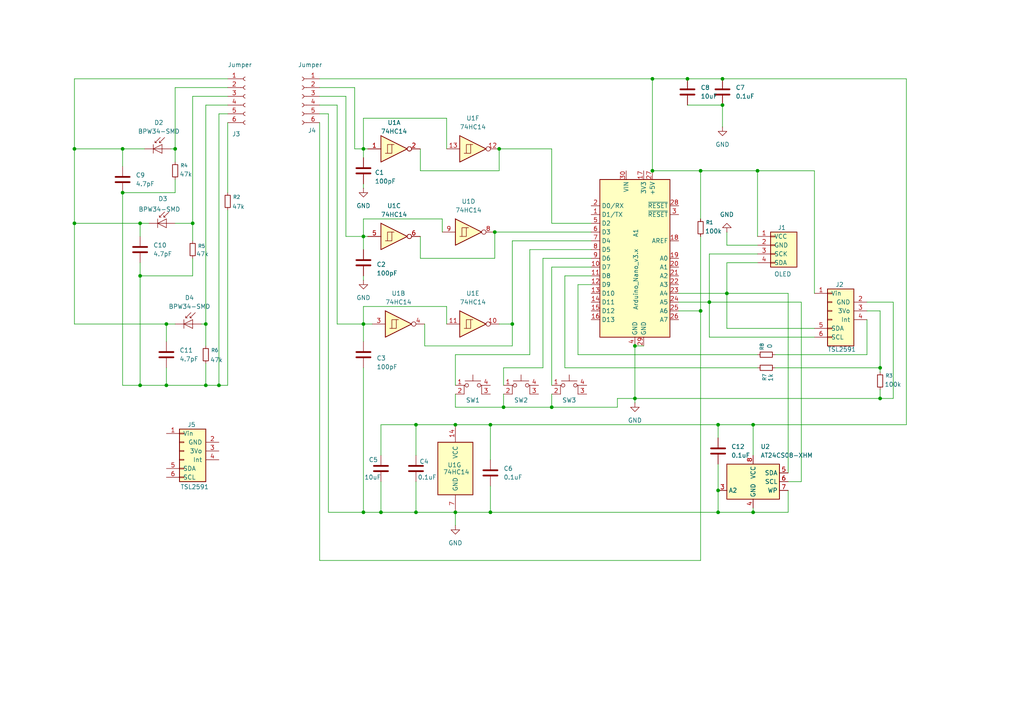
<source format=kicad_sch>
(kicad_sch (version 20250114) (generator "eeschema") (generator_version "9.0")
  (paper "A4")
  (lib_symbols
    (symbol "74xx:74HC14" (pin_names (offset 1.016))
      (property "Reference" "U" (at 0 1.27 0))
      (property "Value" "74HC14" (at 0 -1.27 0))
      (symbol "74HC14_1_0"
        (polyline (pts (xy -3.81 3.81) (xy -3.81 -3.81) (xy 3.81 0) (xy -3.81 3.81)) (stroke (width 0.254)) (fill (type background)))
        (pin input line (at -7.62 0 0) (length 3.81) (name "~") (number "1"))
        (pin output inverted (at 7.62 0 180) (length 3.81) (name "~") (number "2"))
      )
      (symbol "74HC14_1_1"
        (polyline (pts (xy -2.54 -1.27) (xy -0.635 -1.27) (xy -0.635 1.27) (xy 0 1.27)))
        (polyline (pts (xy -1.905 -1.27) (xy -1.905 1.27) (xy -0.635 1.27)))
      )
      (symbol "74HC14_2_0"
        (polyline (pts (xy -3.81 3.81) (xy -3.81 -3.81) (xy 3.81 0) (xy -3.81 3.81)) (stroke (width 0.254)) (fill (type background)))
        (pin input line (at -7.62 0 0) (length 3.81) (name "~") (number "3"))
        (pin output inverted (at 7.62 0 180) (length 3.81) (name "~") (number "4"))
      )
      (symbol "74HC14_2_1"
        (polyline (pts (xy -2.54 -1.27) (xy -0.635 -1.27) (xy -0.635 1.27) (xy 0 1.27)))
        (polyline (pts (xy -1.905 -1.27) (xy -1.905 1.27) (xy -0.635 1.27)))
      )
      (symbol "74HC14_3_0"
        (polyline (pts (xy -3.81 3.81) (xy -3.81 -3.81) (xy 3.81 0) (xy -3.81 3.81)) (stroke (width 0.254)) (fill (type background)))
        (pin input line (at -7.62 0 0) (length 3.81) (name "~") (number "5"))
        (pin output inverted (at 7.62 0 180) (length 3.81) (name "~") (number "6"))
      )
      (symbol "74HC14_3_1"
        (polyline (pts (xy -2.54 -1.27) (xy -0.635 -1.27) (xy -0.635 1.27) (xy 0 1.27)))
        (polyline (pts (xy -1.905 -1.27) (xy -1.905 1.27) (xy -0.635 1.27)))
      )
      (symbol "74HC14_4_0"
        (polyline (pts (xy -3.81 3.81) (xy -3.81 -3.81) (xy 3.81 0) (xy -3.81 3.81)) (stroke (width 0.254)) (fill (type background)))
        (pin input line (at -7.62 0 0) (length 3.81) (name "~") (number "9"))
        (pin output inverted (at 7.62 0 180) (length 3.81) (name "~") (number "8"))
      )
      (symbol "74HC14_4_1"
        (polyline (pts (xy -2.54 -1.27) (xy -0.635 -1.27) (xy -0.635 1.27) (xy 0 1.27)))
        (polyline (pts (xy -1.905 -1.27) (xy -1.905 1.27) (xy -0.635 1.27)))
      )
      (symbol "74HC14_5_0"
        (polyline (pts (xy -3.81 3.81) (xy -3.81 -3.81) (xy 3.81 0) (xy -3.81 3.81)) (stroke (width 0.254)) (fill (type background)))
        (pin input line (at -7.62 0 0) (length 3.81) (name "~") (number "11"))
        (pin output inverted (at 7.62 0 180) (length 3.81) (name "~") (number "10"))
      )
      (symbol "74HC14_5_1"
        (polyline (pts (xy -2.54 -1.27) (xy -0.635 -1.27) (xy -0.635 1.27) (xy 0 1.27)))
        (polyline (pts (xy -1.905 -1.27) (xy -1.905 1.27) (xy -0.635 1.27)))
      )
      (symbol "74HC14_6_0"
        (polyline (pts (xy -3.81 3.81) (xy -3.81 -3.81) (xy 3.81 0) (xy -3.81 3.81)) (stroke (width 0.254)) (fill (type background)))
        (pin input line (at -7.62 0 0) (length 3.81) (name "~") (number "13"))
        (pin output inverted (at 7.62 0 180) (length 3.81) (name "~") (number "12"))
      )
      (symbol "74HC14_6_1"
        (polyline (pts (xy -2.54 -1.27) (xy -0.635 -1.27) (xy -0.635 1.27) (xy 0 1.27)))
        (polyline (pts (xy -1.905 -1.27) (xy -1.905 1.27) (xy -0.635 1.27)))
      )
      (symbol "74HC14_7_0"
        (pin power_in line (at 0 12.7 270) (length 5.08) (name "VCC") (number "14"))
        (pin power_in line (at 0 -12.7 90) (length 5.08) (name "GND") (number "7"))
      )
      (symbol "74HC14_7_1"
        (rectangle (start -5.08 7.62) (end 5.08 -7.62) (stroke (width 0.254)) (fill (type background)))
      )
    )
    (symbol "Conn_01x05_Socket_1" (pin_names (offset 1.016) (hide yes))
      (property "Reference" "J3" (at -3.81 -10.922 0))
      (property "Value" "Jumper" (at -5.08 9.144 0))
      (symbol "Conn_01x05_Socket_1_1_1"
        (polyline (pts (xy -1.27 5.08) (xy -0.508 5.08)) (stroke (width 0.1524)))
        (polyline (pts (xy -1.27 2.54) (xy -0.508 2.54)) (stroke (width 0.1524)))
        (polyline (pts (xy -1.27 0) (xy -0.508 0)) (stroke (width 0.1524)))
        (polyline (pts (xy -1.27 -2.54) (xy -0.508 -2.54)) (stroke (width 0.1524)))
        (polyline (pts (xy -1.27 -5.08) (xy -0.508 -5.08)) (stroke (width 0.1524)))
        (polyline (pts (xy -1.27 -7.62) (xy -0.508 -7.62)) (stroke (width 0.1524)))
        (arc (start 0 4.572) (mid -0.5058 5.08) (end 0 5.588) (stroke (width 0.1524)))
        (arc (start 0 2.032) (mid -0.5058 2.54) (end 0 3.048) (stroke (width 0.1524)))
        (arc (start 0 -0.508) (mid -0.5058 0) (end 0 0.508) (stroke (width 0.1524)))
        (arc (start 0 -3.048) (mid -0.5058 -2.54) (end 0 -2.032) (stroke (width 0.1524)))
        (arc (start 0 -5.588) (mid -0.5058 -5.08) (end 0 -4.572) (stroke (width 0.1524)))
        (arc (start 0 -8.128) (mid -0.5058 -7.62) (end 0 -7.112) (stroke (width 0.1524)))
        (pin passive line (at -5.08 5.08 0) (length 3.81) (name "Pin_1") (number "1"))
        (pin passive line (at -5.08 2.54 0) (length 3.81) (name "Pin_2") (number "2"))
        (pin passive line (at -5.08 0 0) (length 3.81) (name "Pin_3") (number "3"))
        (pin passive line (at -5.08 -2.54 0) (length 3.81) (name "Pin_4") (number "4"))
        (pin passive line (at -5.08 -5.08 0) (length 3.81) (name "Pin_5") (number "5"))
        (pin passive line (at -5.08 -7.62 0) (length 3.81) (name "Pin_6") (number "6"))
      )
    )
    (symbol "Conn_01x06_1" (pin_names (offset 1.016))
      (property "Reference" "J2" (at 1.016 7.62 0))
      (property "Value" "TSL2591" (at -1.27 -11.176 0))
      (symbol "Conn_01x06_1_1_1"
        (rectangle (start -1.27 6.35) (end 6.35 -10.16) (stroke (width 0.254)) (fill (type background)))
        (rectangle (start -1.27 5.207) (end 0 4.953) (stroke (width 0.1524)))
        (rectangle (start -1.27 2.667) (end 0 2.413) (stroke (width 0.1524)))
        (rectangle (start -1.27 0.127) (end 0 -0.127) (stroke (width 0.1524)))
        (rectangle (start -1.27 -2.413) (end 0 -2.667) (stroke (width 0.1524)))
        (rectangle (start -1.27 -4.953) (end 0 -5.207) (stroke (width 0.1524)))
        (rectangle (start -1.27 -7.493) (end 0 -7.747) (stroke (width 0.1524)))
        (pin input line (at -5.08 5.08 0) (length 3.81) (name "Vin") (number "1"))
        (pin bidirectional line (at -5.08 -5.08 0) (length 3.81) (name "SDA") (number "5"))
        (pin bidirectional line (at -5.08 -7.62 0) (length 3.81) (name "SCL") (number "6"))
        (pin output line (at 10.16 2.54 180) (length 3.81) (name "GND") (number "2"))
        (pin output line (at 10.16 0 180) (length 3.81) (name "3Vo") (number "3"))
        (pin output line (at 10.16 -2.54 180) (length 3.81) (name "Int") (number "4"))
      )
    )
    (symbol "Connector:Conn_01x05_Socket" (pin_names (offset 1.016) (hide yes))
      (property "Reference" "J4" (at -4.064 -9.906 0))
      (property "Value" "Jumper" (at -4.318 8.382 0))
      (symbol "Conn_01x05_Socket_1_1"
        (polyline (pts (xy -1.27 5.08) (xy -0.508 5.08)) (stroke (width 0.1524)))
        (polyline (pts (xy -1.27 2.54) (xy -0.508 2.54)) (stroke (width 0.1524)))
        (polyline (pts (xy -1.27 0) (xy -0.508 0)) (stroke (width 0.1524)))
        (polyline (pts (xy -1.27 -2.54) (xy -0.508 -2.54)) (stroke (width 0.1524)))
        (polyline (pts (xy -1.27 -5.08) (xy -0.508 -5.08)) (stroke (width 0.1524)))
        (polyline (pts (xy -1.27 -7.62) (xy -0.508 -7.62)) (stroke (width 0.1524)))
        (arc (start 0 4.572) (mid -0.5058 5.08) (end 0 5.588) (stroke (width 0.1524)))
        (arc (start 0 2.032) (mid -0.5058 2.54) (end 0 3.048) (stroke (width 0.1524)))
        (arc (start 0 -0.508) (mid -0.5058 0) (end 0 0.508) (stroke (width 0.1524)))
        (arc (start 0 -3.048) (mid -0.5058 -2.54) (end 0 -2.032) (stroke (width 0.1524)))
        (arc (start 0 -5.588) (mid -0.5058 -5.08) (end 0 -4.572) (stroke (width 0.1524)))
        (arc (start 0 -8.128) (mid -0.5058 -7.62) (end 0 -7.112) (stroke (width 0.1524)))
        (pin passive line (at -5.08 5.08 0) (length 3.81) (name "Pin_1") (number "1"))
        (pin passive line (at -5.08 2.54 0) (length 3.81) (name "Pin_2") (number "2"))
        (pin passive line (at -5.08 0 0) (length 3.81) (name "Pin_3") (number "3"))
        (pin passive line (at -5.08 -2.54 0) (length 3.81) (name "Pin_4") (number "4"))
        (pin passive line (at -5.08 -5.08 0) (length 3.81) (name "Pin_5") (number "5"))
        (pin passive line (at -5.08 -7.62 0) (length 3.81) (name "Pin_6") (number "6"))
      )
    )
    (symbol "Connector_Generic:Conn_01x04" (pin_names (offset 1.016))
      (property "Reference" "J1" (at 0.762 5.08 0))
      (property "Value" "OLED" (at -0.254 -8.382 0))
      (symbol "Conn_01x04_1_1"
        (rectangle (start -1.27 3.81) (end 6.35 -6.35) (stroke (width 0.254)) (fill (type background)))
        (rectangle (start -1.27 2.667) (end 0 2.413) (stroke (width 0.1524)))
        (rectangle (start -1.27 0.127) (end 0 -0.127) (stroke (width 0.1524)))
        (rectangle (start -1.27 -2.413) (end 0 -2.667) (stroke (width 0.1524)))
        (rectangle (start -1.27 -4.953) (end 0 -5.207) (stroke (width 0.1524)))
        (pin input line (at -5.08 2.54 0) (length 3.81) (name "VCC") (number "1"))
        (pin input line (at -5.08 0 0) (length 3.81) (name "GND") (number "2"))
        (pin bidirectional line (at -5.08 -2.54 0) (length 3.81) (name "SCK") (number "3"))
        (pin bidirectional line (at -5.08 -5.08 0) (length 3.81) (name "SDA") (number "4"))
      )
    )
    (symbol "Connector_Generic:Conn_01x06" (pin_names (offset 1.016))
      (property "Reference" "J2" (at 1.016 7.62 0))
      (property "Value" "Conn_01x06" (at -2.794 -10.668 0))
      (symbol "Conn_01x06_1_1"
        (rectangle (start -1.27 6.35) (end 6.35 -8.89) (stroke (width 0.254)) (fill (type background)))
        (rectangle (start -1.27 5.207) (end 0 4.953) (stroke (width 0.1524)))
        (rectangle (start -1.27 2.667) (end 0 2.413) (stroke (width 0.1524)))
        (rectangle (start -1.27 0.127) (end 0 -0.127) (stroke (width 0.1524)))
        (rectangle (start -1.27 -2.413) (end 0 -2.667) (stroke (width 0.1524)))
        (rectangle (start -1.27 -4.953) (end 0 -5.207) (stroke (width 0.1524)))
        (rectangle (start -1.27 -7.493) (end 0 -7.747) (stroke (width 0.1524)))
        (pin output line (at -5.08 5.08 0) (length 3.81) (name "Vin") (number "1"))
        (pin output line (at -5.08 -5.08 0) (length 3.81) (name "SDA") (number "5"))
        (pin output line (at -5.08 -7.62 0) (length 3.81) (name "SCL") (number "6"))
        (pin output line (at 10.16 2.54 180) (length 3.81) (name "GND") (number "2"))
        (pin output line (at 10.16 0 180) (length 3.81) (name "3Vo") (number "3"))
        (pin output line (at 10.16 -2.54 180) (length 3.81) (name "Int") (number "4"))
      )
    )
    (symbol "Device:C" (pin_numbers (hide yes)) (pin_names (offset 0.254))
      (property "Reference" "C" (at 0.635 2.54 0))
      (property "Value" "C" (at 0.635 -2.54 0))
      (symbol "C_0_1"
        (polyline (pts (xy -2.032 0.762) (xy 2.032 0.762)) (stroke (width 0.508)))
        (polyline (pts (xy -2.032 -0.762) (xy 2.032 -0.762)) (stroke (width 0.508)))
      )
      (symbol "C_1_1"
        (pin passive line (at 0 3.81 270) (length 2.794) (name "~") (number "1"))
        (pin passive line (at 0 -3.81 90) (length 2.794) (name "~") (number "2"))
      )
    )
    (symbol "Device:R_Small" (pin_numbers (hide yes)) (pin_names (offset 0.254) (hide yes))
      (property "Reference" "R" (at 0 0 90))
      (property "Value" "R_Small" (at 1.778 0 90))
      (symbol "R_Small_0_1"
        (rectangle (start -0.762 1.778) (end 0.762 -1.778) (stroke (width 0.2032)))
      )
      (symbol "R_Small_1_1"
        (pin passive line (at 0 2.54 270) (length 0.762) (name "~") (number "1"))
        (pin passive line (at 0 -2.54 90) (length 0.762) (name "~") (number "2"))
      )
    )
    (symbol "MCU_Module:Arduino_Nano_v3.x"
      (property "Reference" "A" (at -10.16 23.495 0))
      (property "Value" "Arduino_Nano_v3.x" (at 5.08 -24.13 0))
      (symbol "Arduino_Nano_v3.x_0_1"
        (rectangle (start -10.16 22.86) (end 10.16 -22.86) (stroke (width 0.254)) (fill (type background)))
      )
      (symbol "Arduino_Nano_v3.x_1_1"
        (pin bidirectional line (at -12.7 15.24 0) (length 2.54) (name "D0/RX") (number "2"))
        (pin bidirectional line (at -12.7 12.7 0) (length 2.54) (name "D1/TX") (number "1"))
        (pin bidirectional line (at -12.7 10.16 0) (length 2.54) (name "D2") (number "5"))
        (pin bidirectional line (at -12.7 7.62 0) (length 2.54) (name "D3") (number "6"))
        (pin bidirectional line (at -12.7 5.08 0) (length 2.54) (name "D4") (number "7"))
        (pin bidirectional line (at -12.7 2.54 0) (length 2.54) (name "D5") (number "8"))
        (pin bidirectional line (at -12.7 0 0) (length 2.54) (name "D6") (number "9"))
        (pin bidirectional line (at -12.7 -2.54 0) (length 2.54) (name "D7") (number "10"))
        (pin bidirectional line (at -12.7 -5.08 0) (length 2.54) (name "D8") (number "11"))
        (pin bidirectional line (at -12.7 -7.62 0) (length 2.54) (name "D9") (number "12"))
        (pin bidirectional line (at -12.7 -10.16 0) (length 2.54) (name "D10") (number "13"))
        (pin bidirectional line (at -12.7 -12.7 0) (length 2.54) (name "D11") (number "14"))
        (pin bidirectional line (at -12.7 -15.24 0) (length 2.54) (name "D12") (number "15"))
        (pin bidirectional line (at -12.7 -17.78 0) (length 2.54) (name "D13") (number "16"))
        (pin power_in line (at -2.54 25.4 270) (length 2.54) (name "VIN") (number "30"))
        (pin power_in line (at 0 -25.4 90) (length 2.54) (name "GND") (number "4"))
        (pin power_out line (at 2.54 25.4 270) (length 2.54) (name "3V3") (number "17"))
        (pin power_in line (at 2.54 -25.4 90) (length 2.54) (name "GND") (number "29"))
        (pin power_out line (at 5.08 25.4 270) (length 2.54) (name "+5V") (number "27"))
        (pin input line (at 12.7 15.24 180) (length 2.54) (name "~{RESET}") (number "28"))
        (pin input line (at 12.7 12.7 180) (length 2.54) (name "~{RESET}") (number "3"))
        (pin input line (at 12.7 5.08 180) (length 2.54) (name "AREF") (number "18"))
        (pin bidirectional line (at 12.7 0 180) (length 2.54) (name "A0") (number "19"))
        (pin bidirectional line (at 12.7 -2.54 180) (length 2.54) (name "A1") (number "20"))
        (pin bidirectional line (at 12.7 -5.08 180) (length 2.54) (name "A2") (number "21"))
        (pin bidirectional line (at 12.7 -7.62 180) (length 2.54) (name "A3") (number "22"))
        (pin bidirectional line (at 12.7 -10.16 180) (length 2.54) (name "A4") (number "23"))
        (pin bidirectional line (at 12.7 -12.7 180) (length 2.54) (name "A5") (number "24"))
        (pin bidirectional line (at 12.7 -15.24 180) (length 2.54) (name "A6") (number "25"))
        (pin bidirectional line (at 12.7 -17.78 180) (length 2.54) (name "A7") (number "26"))
      )
    )
    (symbol "Memory_EEPROM:AT24CS08-XHM"
      (property "Reference" "U" (at -7.62 6.35 0))
      (property "Value" "AT24CS08-XHM" (at 2.54 -6.35 0))
      (symbol "AT24CS08-XHM_1_1"
        (rectangle (start -7.62 5.08) (end 7.62 -5.08) (stroke (width 0.254)) (fill (type background)))
        (pin input line (at -10.16 -2.54 0) (length 2.54) (name "A2") (number "3"))
        (pin no_connect line (at -7.62 2.54 0) (length 2.54) (hide yes) (name "NC") (number "1"))
        (pin no_connect line (at -7.62 0 0) (length 2.54) (hide yes) (name "NC") (number "2"))
        (pin power_in line (at 0 7.62 270) (length 2.54) (name "VCC") (number "8"))
        (pin power_in line (at 0 -7.62 90) (length 2.54) (name "GND") (number "4"))
        (pin bidirectional line (at 10.16 2.54 180) (length 2.54) (name "SDA") (number "5"))
        (pin input line (at 10.16 0 180) (length 2.54) (name "SCL") (number "6"))
        (pin input line (at 10.16 -2.54 180) (length 2.54) (name "WP") (number "7"))
      )
    )
    (symbol "Sensor_Optical:BPW34-SMD" (pin_numbers (hide yes)) (pin_names (offset 1.016) (hide yes))
      (property "Reference" "D" (at 0.508 1.778 0))
      (property "Value" "BPW34-SMD" (at -1.016 -2.794 0))
      (symbol "BPW34-SMD_0_1"
        (polyline (pts (xy -2.54 1.27) (xy -2.54 -1.27)) (stroke (width 0.1524)))
        (polyline (pts (xy -2.032 1.778) (xy -1.524 1.778)))
        (polyline (pts (xy -0.508 3.302) (xy -2.032 1.778) (xy -2.032 2.286)))
        (polyline (pts (xy 0 1.27) (xy -2.54 0) (xy 0 -1.27)))
        (polyline (pts (xy 0 0) (xy -2.54 0)))
        (polyline (pts (xy 0 -1.27) (xy 0 1.27)))
        (polyline (pts (xy 0.762 3.302) (xy -0.762 1.778) (xy -0.762 2.286) (xy -0.762 1.778) (xy -0.254 1.778)))
      )
      (symbol "BPW34-SMD_1_1"
        (pin passive line (at -5.08 0 0) (length 2.54) (name "K") (number "1"))
        (pin passive line (at 2.54 0 180) (length 2.54) (name "A") (number "2"))
      )
    )
    (symbol "Switch:SW_MEC_5E" (pin_names (offset 1.016) (hide yes))
      (property "Reference" "SW" (at 0.635 5.715 0))
      (property "Value" "SW_MEC_5E" (at 0 -3.175 0))
      (symbol "SW_MEC_5E_0_1"
        (polyline (pts (xy -2.54 0) (xy -2.54 2.54) (xy -2.286 2.54)))
        (polyline (pts (xy -2.286 3.81) (xy 2.286 3.81)))
        (circle (center -1.778 2.54) (radius 0.508))
        (polyline (pts (xy 0 3.81) (xy 0 5.588)))
        (circle (center 1.778 2.54) (radius 0.508))
        (polyline (pts (xy 2.54 0) (xy 2.54 2.54) (xy 2.286 2.54)))
        (pin passive line (at -5.08 2.54 0) (length 2.54) (name "1") (number "1"))
        (pin passive line (at -5.08 0 0) (length 2.54) (name "2") (number "2"))
        (pin passive line (at 5.08 2.54 180) (length 2.54) (name "A") (number "4"))
        (pin passive line (at 5.08 0 180) (length 2.54) (name "K") (number "3"))
      )
    )
    (symbol "power:GND" (power) (pin_numbers (hide yes)) (pin_names (offset 0) (hide yes))
      (property "Value" "GND" (at 0 -3.81 0))
      (symbol "GND_0_1"
        (polyline (pts (xy 0 0) (xy 0 -1.27) (xy 1.27 -1.27) (xy 0 -2.54) (xy -1.27 -1.27) (xy 0 -1.27)))
      )
      (symbol "GND_1_1"
        (pin power_in line (at 0 0 270) (length 0) (name "~") (number "1"))
      )
    )
  )
  (junction (at 132.08 148.59))
  (junction (at 203.2 49.53))
  (junction (at 21.59 43.18))
  (junction (at 120.65 123.19))
  (junction (at 218.44 148.59))
  (junction (at 189.23 49.53))
  (junction (at 40.64 111.76))
  (junction (at 160.02 118.11))
  (junction (at 48.26 111.76))
  (junction (at 105.41 68.58))
  (junction (at 203.2 90.17))
  (junction (at 40.64 80.01))
  (junction (at 142.24 123.19))
  (junction (at 105.41 43.18))
  (junction (at 50.8 43.18))
  (junction (at 40.64 64.77))
  (junction (at 110.49 148.59))
  (junction (at 255.27 106.68))
  (junction (at 143.51 67.31))
  (junction (at 146.05 118.11))
  (junction (at 132.08 123.19))
  (junction (at 209.55 30.48))
  (junction (at 120.65 148.59))
  (junction (at 255.27 115.57))
  (junction (at 219.71 49.53))
  (junction (at 105.41 93.98))
  (junction (at 55.88 64.77))
  (junction (at 59.69 111.76))
  (junction (at 144.78 43.18))
  (junction (at 208.28 148.59))
  (junction (at 210.82 85.09))
  (junction (at 199.39 22.86))
  (junction (at 21.59 64.77))
  (junction (at 184.15 100.33))
  (junction (at 35.56 43.18))
  (junction (at 208.28 123.19))
  (junction (at 105.41 148.59))
  (junction (at 218.44 123.19))
  (junction (at 142.24 148.59))
  (junction (at 148.59 93.98))
  (junction (at 63.5 111.76))
  (junction (at 208.28 142.24))
  (junction (at 48.26 93.98))
  (junction (at 189.23 22.86))
  (junction (at 205.74 87.63))
  (junction (at 209.55 22.86))
  (junction (at 184.15 115.57))
  (junction (at 59.69 93.98))
  (junction (at 35.56 55.88))
  (wire (pts (xy 55.88 74.93) (xy 55.88 80.01)))
  (wire (pts (xy 128.27 67.31) (xy 128.27 63.5)))
  (wire (pts (xy 58.42 93.98) (xy 59.69 93.98)))
  (wire (pts (xy 105.41 88.9) (xy 105.41 93.98)))
  (wire (pts (xy 100.33 27.94) (xy 100.33 68.58)))
  (wire (pts (xy 203.2 49.53) (xy 203.2 63.5)))
  (wire (pts (xy 255.27 115.57) (xy 259.08 115.57)))
  (wire (pts (xy 262.89 22.86) (xy 209.55 22.86)))
  (wire (pts (xy 205.74 87.63) (xy 205.74 97.79)))
  (wire (pts (xy 219.71 71.12) (xy 210.82 71.12)))
  (wire (pts (xy 160.02 114.3) (xy 160.02 118.11)))
  (wire (pts (xy 232.41 139.7) (xy 232.41 87.63)))
  (wire (pts (xy 100.33 68.58) (xy 105.41 68.58)))
  (wire (pts (xy 251.46 102.87) (xy 224.79 102.87)))
  (wire (pts (xy 228.6 142.24) (xy 228.6 148.59)))
  (wire (pts (xy 110.49 132.08) (xy 110.49 123.19)))
  (wire (pts (xy 92.71 27.94) (xy 100.33 27.94)))
  (wire (pts (xy 105.41 93.98) (xy 105.41 99.06)))
  (wire (pts (xy 199.39 30.48) (xy 209.55 30.48)))
  (wire (pts (xy 146.05 118.11) (xy 160.02 118.11)))
  (wire (pts (xy 40.64 111.76) (xy 48.26 111.76)))
  (wire (pts (xy 219.71 102.87) (xy 167.64 102.87)))
  (wire (pts (xy 105.41 34.29) (xy 129.54 34.29)))
  (wire (pts (xy 142.24 148.59) (xy 132.08 148.59)))
  (wire (pts (xy 63.5 111.76) (xy 66.04 111.76)))
  (wire (pts (xy 50.8 55.88) (xy 50.8 52.07)))
  (wire (pts (xy 50.8 25.4) (xy 66.04 25.4)))
  (wire (pts (xy 142.24 148.59) (xy 142.24 140.97)))
  (wire (pts (xy 105.41 93.98) (xy 107.95 93.98)))
  (wire (pts (xy 35.56 48.26) (xy 35.56 43.18)))
  (wire (pts (xy 40.64 80.01) (xy 40.64 111.76)))
  (wire (pts (xy 105.41 54.61) (xy 105.41 53.34)))
  (wire (pts (xy 129.54 34.29) (xy 129.54 43.18)))
  (wire (pts (xy 92.71 22.86) (xy 189.23 22.86)))
  (wire (pts (xy 142.24 133.35) (xy 142.24 123.19)))
  (wire (pts (xy 236.22 95.25) (xy 210.82 95.25)))
  (wire (pts (xy 21.59 22.86) (xy 66.04 22.86)))
  (wire (pts (xy 121.92 68.58) (xy 121.92 74.93)))
  (wire (pts (xy 105.41 148.59) (xy 110.49 148.59)))
  (wire (pts (xy 21.59 43.18) (xy 21.59 64.77)))
  (wire (pts (xy 50.8 64.77) (xy 55.88 64.77)))
  (wire (pts (xy 232.41 87.63) (xy 205.74 87.63)))
  (wire (pts (xy 228.6 139.7) (xy 232.41 139.7)))
  (wire (pts (xy 186.69 100.33) (xy 184.15 100.33)))
  (wire (pts (xy 35.56 43.18) (xy 41.91 43.18)))
  (wire (pts (xy 59.69 111.76) (xy 63.5 111.76)))
  (wire (pts (xy 97.79 93.98) (xy 105.41 93.98)))
  (wire (pts (xy 121.92 74.93) (xy 143.51 74.93)))
  (wire (pts (xy 40.64 64.77) (xy 40.64 68.58)))
  (wire (pts (xy 110.49 139.7) (xy 110.49 148.59)))
  (wire (pts (xy 163.83 80.01) (xy 163.83 106.68)))
  (wire (pts (xy 123.19 93.98) (xy 123.19 100.33)))
  (wire (pts (xy 105.41 34.29) (xy 105.41 43.18)))
  (wire (pts (xy 144.78 43.18) (xy 144.78 49.53)))
  (wire (pts (xy 228.6 148.59) (xy 218.44 148.59)))
  (wire (pts (xy 208.28 142.24) (xy 208.28 148.59)))
  (wire (pts (xy 255.27 90.17) (xy 255.27 106.68)))
  (wire (pts (xy 148.59 69.85) (xy 148.59 93.98)))
  (wire (pts (xy 105.41 106.68) (xy 105.41 148.59)))
  (wire (pts (xy 92.71 25.4) (xy 102.87 25.4)))
  (wire (pts (xy 157.48 74.93) (xy 157.48 106.68)))
  (wire (pts (xy 236.22 49.53) (xy 219.71 49.53)))
  (wire (pts (xy 106.68 68.58) (xy 105.41 68.58)))
  (wire (pts (xy 35.56 111.76) (xy 40.64 111.76)))
  (wire (pts (xy 143.51 67.31) (xy 171.45 67.31)))
  (wire (pts (xy 208.28 134.62) (xy 208.28 142.24)))
  (wire (pts (xy 92.71 30.48) (xy 97.79 30.48)))
  (wire (pts (xy 66.04 35.56) (xy 66.04 55.88)))
  (wire (pts (xy 142.24 123.19) (xy 208.28 123.19)))
  (wire (pts (xy 251.46 90.17) (xy 255.27 90.17)))
  (wire (pts (xy 92.71 33.02) (xy 95.25 33.02)))
  (wire (pts (xy 55.88 27.94) (xy 55.88 64.77)))
  (wire (pts (xy 189.23 22.86) (xy 189.23 49.53)))
  (wire (pts (xy 21.59 64.77) (xy 21.59 93.98)))
  (wire (pts (xy 105.41 68.58) (xy 105.41 72.39)))
  (wire (pts (xy 184.15 116.84) (xy 184.15 115.57)))
  (wire (pts (xy 236.22 49.53) (xy 236.22 85.09)))
  (wire (pts (xy 160.02 64.77) (xy 171.45 64.77)))
  (wire (pts (xy 66.04 111.76) (xy 66.04 60.96)))
  (wire (pts (xy 21.59 22.86) (xy 21.59 43.18)))
  (wire (pts (xy 259.08 87.63) (xy 259.08 115.57)))
  (wire (pts (xy 132.08 148.59) (xy 132.08 152.4)))
  (wire (pts (xy 255.27 113.03) (xy 255.27 115.57)))
  (wire (pts (xy 208.28 123.19) (xy 208.28 127)))
  (wire (pts (xy 218.44 123.19) (xy 218.44 132.08)))
  (wire (pts (xy 92.71 162.56) (xy 203.2 162.56)))
  (wire (pts (xy 102.87 43.18) (xy 105.41 43.18)))
  (wire (pts (xy 205.74 73.66) (xy 205.74 87.63)))
  (wire (pts (xy 203.2 49.53) (xy 219.71 49.53)))
  (wire (pts (xy 210.82 85.09) (xy 210.82 95.25)))
  (wire (pts (xy 255.27 106.68) (xy 255.27 107.95)))
  (wire (pts (xy 129.54 88.9) (xy 105.41 88.9)))
  (wire (pts (xy 40.64 76.2) (xy 40.64 80.01)))
  (wire (pts (xy 210.82 76.2) (xy 219.71 76.2)))
  (wire (pts (xy 105.41 43.18) (xy 105.41 45.72)))
  (wire (pts (xy 97.79 30.48) (xy 97.79 93.98)))
  (wire (pts (xy 153.67 72.39) (xy 153.67 102.87)))
  (wire (pts (xy 120.65 139.7) (xy 120.65 148.59)))
  (wire (pts (xy 95.25 33.02) (xy 95.25 148.59)))
  (wire (pts (xy 55.88 80.01) (xy 40.64 80.01)))
  (wire (pts (xy 59.69 30.48) (xy 59.69 93.98)))
  (wire (pts (xy 219.71 73.66) (xy 205.74 73.66)))
  (wire (pts (xy 63.5 33.02) (xy 63.5 111.76)))
  (wire (pts (xy 196.85 85.09) (xy 210.82 85.09)))
  (wire (pts (xy 228.6 85.09) (xy 210.82 85.09)))
  (wire (pts (xy 228.6 137.16) (xy 228.6 85.09)))
  (wire (pts (xy 208.28 123.19) (xy 218.44 123.19)))
  (wire (pts (xy 146.05 114.3) (xy 146.05 118.11)))
  (wire (pts (xy 146.05 106.68) (xy 146.05 111.76)))
  (wire (pts (xy 50.8 43.18) (xy 50.8 46.99)))
  (wire (pts (xy 171.45 72.39) (xy 153.67 72.39)))
  (wire (pts (xy 132.08 102.87) (xy 132.08 111.76)))
  (wire (pts (xy 59.69 30.48) (xy 66.04 30.48)))
  (wire (pts (xy 160.02 118.11) (xy 179.07 118.11)))
  (wire (pts (xy 203.2 68.58) (xy 203.2 90.17)))
  (wire (pts (xy 171.45 74.93) (xy 157.48 74.93)))
  (wire (pts (xy 157.48 106.68) (xy 146.05 106.68)))
  (wire (pts (xy 251.46 92.71) (xy 251.46 102.87)))
  (wire (pts (xy 218.44 148.59) (xy 208.28 148.59)))
  (wire (pts (xy 219.71 49.53) (xy 219.71 68.58)))
  (wire (pts (xy 129.54 88.9) (xy 129.54 93.98)))
  (wire (pts (xy 120.65 132.08) (xy 120.65 123.19)))
  (wire (pts (xy 189.23 49.53) (xy 203.2 49.53)))
  (wire (pts (xy 142.24 123.19) (xy 132.08 123.19)))
  (wire (pts (xy 160.02 77.47) (xy 160.02 111.76)))
  (wire (pts (xy 143.51 67.31) (xy 143.51 74.93)))
  (wire (pts (xy 209.55 22.86) (xy 199.39 22.86)))
  (wire (pts (xy 132.08 118.11) (xy 146.05 118.11)))
  (wire (pts (xy 102.87 25.4) (xy 102.87 43.18)))
  (wire (pts (xy 251.46 87.63) (xy 259.08 87.63)))
  (wire (pts (xy 167.64 82.55) (xy 171.45 82.55)))
  (wire (pts (xy 21.59 64.77) (xy 40.64 64.77)))
  (wire (pts (xy 95.25 148.59) (xy 105.41 148.59)))
  (wire (pts (xy 120.65 123.19) (xy 132.08 123.19)))
  (wire (pts (xy 48.26 111.76) (xy 59.69 111.76)))
  (wire (pts (xy 184.15 100.33) (xy 184.15 115.57)))
  (wire (pts (xy 110.49 148.59) (xy 120.65 148.59)))
  (wire (pts (xy 210.82 76.2) (xy 210.82 85.09)))
  (wire (pts (xy 106.68 43.18) (xy 105.41 43.18)))
  (wire (pts (xy 144.78 93.98) (xy 148.59 93.98)))
  (wire (pts (xy 21.59 93.98) (xy 48.26 93.98)))
  (wire (pts (xy 203.2 90.17) (xy 203.2 162.56)))
  (wire (pts (xy 171.45 77.47) (xy 160.02 77.47)))
  (wire (pts (xy 105.41 81.28) (xy 105.41 80.01)))
  (wire (pts (xy 121.92 43.18) (xy 121.92 49.53)))
  (wire (pts (xy 209.55 30.48) (xy 209.55 36.83)))
  (wire (pts (xy 160.02 43.18) (xy 144.78 43.18)))
  (wire (pts (xy 55.88 64.77) (xy 55.88 69.85)))
  (wire (pts (xy 148.59 69.85) (xy 171.45 69.85)))
  (wire (pts (xy 92.71 35.56) (xy 92.71 162.56)))
  (wire (pts (xy 167.64 82.55) (xy 167.64 102.87)))
  (wire (pts (xy 48.26 111.76) (xy 48.26 106.68)))
  (wire (pts (xy 48.26 99.06) (xy 48.26 93.98)))
  (wire (pts (xy 160.02 43.18) (xy 160.02 64.77)))
  (wire (pts (xy 236.22 97.79) (xy 205.74 97.79)))
  (wire (pts (xy 63.5 33.02) (xy 66.04 33.02)))
  (wire (pts (xy 50.8 43.18) (xy 49.53 43.18)))
  (wire (pts (xy 59.69 105.41) (xy 59.69 111.76)))
  (wire (pts (xy 132.08 118.11) (xy 132.08 114.3)))
  (wire (pts (xy 21.59 43.18) (xy 35.56 43.18)))
  (wire (pts (xy 50.8 25.4) (xy 50.8 43.18)))
  (wire (pts (xy 218.44 123.19) (xy 262.89 123.19)))
  (wire (pts (xy 179.07 118.11) (xy 179.07 115.57)))
  (wire (pts (xy 105.41 63.5) (xy 105.41 68.58)))
  (wire (pts (xy 218.44 147.32) (xy 218.44 148.59)))
  (wire (pts (xy 196.85 87.63) (xy 205.74 87.63)))
  (wire (pts (xy 262.89 123.19) (xy 262.89 22.86)))
  (wire (pts (xy 132.08 102.87) (xy 153.67 102.87)))
  (wire (pts (xy 184.15 115.57) (xy 255.27 115.57)))
  (wire (pts (xy 224.79 106.68) (xy 255.27 106.68)))
  (wire (pts (xy 121.92 49.53) (xy 144.78 49.53)))
  (wire (pts (xy 179.07 115.57) (xy 184.15 115.57)))
  (wire (pts (xy 163.83 106.68) (xy 219.71 106.68)))
  (wire (pts (xy 48.26 93.98) (xy 50.8 93.98)))
  (wire (pts (xy 120.65 148.59) (xy 132.08 148.59)))
  (wire (pts (xy 35.56 55.88) (xy 35.56 111.76)))
  (wire (pts (xy 50.8 55.88) (xy 35.56 55.88)))
  (wire (pts (xy 210.82 71.12) (xy 210.82 67.31)))
  (wire (pts (xy 208.28 148.59) (xy 142.24 148.59)))
  (wire (pts (xy 128.27 63.5) (xy 105.41 63.5)))
  (wire (pts (xy 110.49 123.19) (xy 120.65 123.19)))
  (wire (pts (xy 40.64 64.77) (xy 43.18 64.77)))
  (wire (pts (xy 196.85 90.17) (xy 203.2 90.17)))
  (wire (pts (xy 59.69 93.98) (xy 59.69 100.33)))
  (wire (pts (xy 199.39 22.86) (xy 189.23 22.86)))
  (wire (pts (xy 148.59 93.98) (xy 148.59 100.33)))
  (wire (pts (xy 55.88 27.94) (xy 66.04 27.94)))
  (wire (pts (xy 123.19 100.33) (xy 148.59 100.33)))
  (wire (pts (xy 163.83 80.01) (xy 171.45 80.01)))
  (symbol (lib_id "Device:R_Small") (at 55.88 72.39 0) (unit 1)
    (property "Reference" "R5" (at 57.404 71.374 0) (effects (font (size 1.016 1.016)) (justify left)))
    (property "Value" "47k" (at 56.896 73.66 0) (effects (justify left)))
    (property "Footprint" "Resistor_SMD:R_0603_1608Metric" (effects (hide yes)))
    (property "Description" "Resistor, small symbol" (effects (hide yes)))
  )
  (symbol (lib_id "Connector_Generic:Conn_01x04") (at 224.79 71.12 0) (unit 1)
    (property "Reference" "J1" (at 225.552 66.04 0) (effects (justify left)))
    (property "Value" "OLED" (at 224.536 79.502 0) (effects (justify left)))
    (property "Footprint" "Resistor_THT:R_Array_SIP4" (effects (hide yes)))
    (property "Description" "Generic connector, single row, 01x04, script generated (kicad-library-utils/schlib/autogen/connector/)" (effects (hide yes)))
  )
  (symbol (lib_id "74xx:74HC14") (at 135.89 67.31 0) (unit 4)
    (property "Reference" "U1" (at 135.89 58.42 0))
    (property "Value" "74HC14" (at 135.89 60.96 0))
    (property "Footprint" "Package_SO:SSOP-14_5.3x6.2mm_P0.65mm" (effects (hide yes)))
    (property "Datasheet" "http://www.ti.com/lit/gpn/sn74HC14" (effects (hide yes)))
    (property "Description" "Hex inverter schmitt trigger" (effects (hide yes)))
  )
  (symbol (lib_id "power:GND") (at 132.08 152.4 0) (unit 1)
    (property "Reference" "#PWR08" (effects (hide yes)))
    (property "Value" "GND" (at 132.08 157.48 0))
    (property "Description" "Power symbol creates a global label with name \"GND\" , ground" (effects (hide yes)))
  )
  (symbol (lib_id "74xx:74HC14") (at 132.08 135.89 0) (unit 7)
    (property "Reference" "U1" (at 129.794 134.874 0) (effects (justify left)))
    (property "Value" "74HC14" (at 128.524 136.906 0) (effects (justify left)))
    (property "Footprint" "Package_SO:SSOP-14_5.3x6.2mm_P0.65mm" (effects (hide yes)))
    (property "Datasheet" "http://www.ti.com/lit/gpn/sn74HC14" (effects (hide yes)))
    (property "Description" "Hex inverter schmitt trigger" (effects (hide yes)))
  )
  (symbol (lib_id "power:GND") (at 105.41 54.61 0) (unit 1)
    (property "Reference" "#PWR06" (effects (hide yes)))
    (property "Value" "GND" (at 105.41 59.69 0))
    (property "Description" "Power symbol creates a global label with name \"GND\" , ground" (effects (hide yes)))
  )
  (symbol (lib_id "power:GND") (at 210.82 67.31 180) (unit 1)
    (property "Reference" "#PWR04" (effects (hide yes)))
    (property "Value" "GND" (at 210.82 62.23 0))
    (property "Description" "Power symbol creates a global label with name \"GND\" , ground" (effects (hide yes)))
  )
  (symbol (lib_id "Device:R_Small") (at 50.8 49.53 180) (unit 1)
    (property "Reference" "R4" (at 52.324 48.006 0) (effects (font (size 1.016 1.016)) (justify right)))
    (property "Value" "47k" (at 52.07 50.546 0) (effects (justify right)))
    (property "Footprint" "Resistor_SMD:R_0603_1608Metric" (effects (hide yes)))
    (property "Description" "Resistor, small symbol" (effects (hide yes)))
  )
  (symbol (lib_id "Device:C") (at 35.56 52.07 0) (unit 1)
    (property "Reference" "C9" (at 39.37 50.7999 0) (effects (justify left)))
    (property "Value" "4.7pF" (at 39.37 53.3399 0) (effects (justify left)))
    (property "Footprint" "Capacitor_SMD:C_0603_1608Metric" (effects (hide yes)))
    (property "Description" "Unpolarized capacitor" (effects (hide yes)))
  )
  (symbol (lib_id "Device:R_Small") (at 222.25 106.68 270) (unit 1)
    (property "Reference" "R7" (at 221.742 110.49 0) (effects (font (size 1.016 1.016)) (justify right)))
    (property "Value" "1k" (at 223.52 110.744 0) (effects (justify right)))
    (property "Footprint" "Resistor_SMD:R_0603_1608Metric" (effects (hide yes)))
    (property "Description" "Resistor, small symbol" (effects (hide yes)))
  )
  (symbol (lib_id "Sensor_Optical:BPW34-SMD") (at 55.88 93.98 0) (unit 1)
    (property "Reference" "D4" (at 54.9529 86.36 0))
    (property "Value" "BPW34-SMD" (at 54.9529 88.9 0))
    (property "Footprint" "OptoDevice:Osram_BPW34S-SMD" (effects (hide yes)))
    (property "Datasheet" "https://dammedia.osram.info/media/resource/hires/osram-dam-5488319/BPW%2034%20S_EN.pdf" (effects (hide yes)))
    (property "Description" "Silicon PIN Photodiode, Area 2.65x2.65mm" (effects (hide yes)))
  )
  (symbol (lib_id "Connector_Generic:Conn_01x06") (at 53.34 130.81 0) (unit 1)
    (property "Reference" "J5" (at 54.356 123.19 0) (effects (justify left)))
    (property "Value" "TSL2591" (at 52.324 141.224 0) (effects (justify left)))
    (property "Footprint" "Resistor_THT:R_Array_SIP6" (effects (hide yes)))
    (property "Description" "Generic connector, single row, 01x06, script generated (kicad-library-utils/schlib/autogen/connector/)" (effects (hide yes)))
  )
  (symbol (lib_id "power:GND") (at 105.41 81.28 0) (unit 1)
    (property "Reference" "#PWR07" (effects (hide yes)))
    (property "Value" "GND" (at 105.41 86.36 0))
    (property "Description" "Power symbol creates a global label with name \"GND\" , ground" (effects (hide yes)))
  )
  (symbol (lib_id "Device:C") (at 48.26 102.87 0) (unit 1)
    (property "Reference" "C11" (at 52.07 101.5999 0) (effects (justify left)))
    (property "Value" "4.7pF" (at 52.07 104.1399 0) (effects (justify left)))
    (property "Footprint" "Capacitor_SMD:C_0603_1608Metric" (effects (hide yes)))
    (property "Description" "Unpolarized capacitor" (effects (hide yes)))
  )
  (symbol (lib_id "Device:R_Small") (at 66.04 58.42 0) (unit 1)
    (property "Reference" "R2" (at 67.564 57.15 0) (effects (font (size 1.016 1.016)) (justify left)))
    (property "Value" "47k" (at 67.31 59.944 0) (effects (justify left)))
    (property "Footprint" "Resistor_SMD:R_0603_1608Metric" (effects (hide yes)))
    (property "Description" "Resistor, small symbol" (effects (hide yes)))
  )
  (symbol (lib_id "Switch:SW_MEC_5E") (at 137.16 114.3 0) (unit 1)
    (property "Reference" "SW1" (at 137.16 116.078 0))
    (property "Value" "SW_MEC_5E" (effects (hide yes)))
    (property "Footprint" "Button_Switch_THT:SW_PUSH_6mm" (effects (hide yes)))
    (property "Datasheet" "http://www.apem.com/int/index.php?controller=attachment&id_attachment=1371" (effects (hide yes)))
    (property "Description" "MEC 5E single pole normally-open tactile switch" (effects (hide yes)))
  )
  (symbol (lib_id "Switch:SW_MEC_5E") (at 165.1 114.3 0) (unit 1)
    (property "Reference" "SW3" (at 165.1 116.078 0))
    (property "Value" "SW_MEC_5E" (effects (hide yes)))
    (property "Footprint" "Button_Switch_THT:SW_PUSH_6mm" (effects (hide yes)))
    (property "Datasheet" "http://www.apem.com/int/index.php?controller=attachment&id_attachment=1371" (effects (hide yes)))
    (property "Description" "MEC 5E single pole normally-open tactile switch" (effects (hide yes)))
  )
  (symbol (lib_id "Switch:SW_MEC_5E") (at 151.13 114.3 0) (unit 1)
    (property "Reference" "SW2" (at 151.13 116.078 0))
    (property "Value" "SW_MEC_5E" (effects (hide yes)))
    (property "Footprint" "Button_Switch_THT:SW_PUSH_6mm" (effects (hide yes)))
    (property "Datasheet" "http://www.apem.com/int/index.php?controller=attachment&id_attachment=1371" (effects (hide yes)))
    (property "Description" "MEC 5E single pole normally-open tactile switch" (effects (hide yes)))
  )
  (symbol (lib_id "MCU_Module:Arduino_Nano_v3.x") (at 184.15 74.93 0) (unit 1)
    (property "Reference" "A1" (at 184.404 68.834 90) (effects (justify left)))
    (property "Value" "Arduino_Nano_v3.x" (at 184.404 89.916 90) (effects (justify left)))
    (property "Footprint" "Module:Arduino_Nano" (effects (hide yes)))
    (property "Datasheet" "http://www.mouser.com/pdfdocs/Gravitech_Arduino_Nano3_0.pdf" (effects (hide yes)))
    (property "Description" "Arduino Nano v3.x" (effects (hide yes)))
  )
  (symbol (lib_id "Device:C") (at 209.55 26.67 0) (unit 1)
    (property "Reference" "C7" (at 213.36 25.3999 0) (effects (justify left)))
    (property "Value" "0.1uF" (at 213.36 27.9399 0) (effects (justify left)))
    (property "Footprint" "Capacitor_SMD:C_0603_1608Metric" (effects (hide yes)))
    (property "Description" "Unpolarized capacitor" (effects (hide yes)))
  )
  (symbol (lib_id "74xx:74HC14") (at 137.16 93.98 0) (unit 5)
    (property "Reference" "U1" (at 137.16 85.09 0))
    (property "Value" "74HC14" (at 137.16 87.63 0))
    (property "Footprint" "Package_SO:SSOP-14_5.3x6.2mm_P0.65mm" (effects (hide yes)))
    (property "Datasheet" "http://www.ti.com/lit/gpn/sn74HC14" (effects (hide yes)))
    (property "Description" "Hex inverter schmitt trigger" (effects (hide yes)))
  )
  (symbol (lib_id "74xx:74HC14") (at 114.3 43.18 0) (unit 1)
    (property "Reference" "U1" (at 114.3 35.56 0))
    (property "Value" "74HC14" (at 114.3 38.1 0))
    (property "Footprint" "Package_SO:SSOP-14_5.3x6.2mm_P0.65mm" (effects (hide yes)))
    (property "Datasheet" "http://www.ti.com/lit/gpn/sn74HC14" (effects (hide yes)))
    (property "Description" "Hex inverter schmitt trigger" (effects (hide yes)))
  )
  (symbol (lib_id "74xx:74HC14") (at 115.57 93.98 0) (unit 2)
    (property "Reference" "U1" (at 115.57 85.09 0))
    (property "Value" "74HC14" (at 115.57 87.63 0))
    (property "Footprint" "Package_SO:SSOP-14_5.3x6.2mm_P0.65mm" (effects (hide yes)))
    (property "Datasheet" "http://www.ti.com/lit/gpn/sn74HC14" (effects (hide yes)))
    (property "Description" "Hex inverter schmitt trigger" (effects (hide yes)))
  )
  (symbol (lib_id "Device:R_Small") (at 222.25 102.87 270) (unit 1)
    (property "Reference" "R8" (at 220.98 101.6 0) (effects (font (size 1.016 1.016)) (justify right)))
    (property "Value" "0" (at 223.266 101.092 0) (effects (justify right)))
    (property "Footprint" "Resistor_SMD:R_0603_1608Metric" (effects (hide yes)))
    (property "Description" "Resistor, small symbol" (effects (hide yes)))
  )
  (symbol (lib_id "Sensor_Optical:BPW34-SMD") (at 46.99 43.18 0) (unit 1)
    (property "Reference" "D2" (at 46.0629 35.56 0))
    (property "Value" "BPW34-SMD" (at 46.0629 38.1 0))
    (property "Footprint" "OptoDevice:Osram_BPW34S-SMD" (effects (hide yes)))
    (property "Datasheet" "https://dammedia.osram.info/media/resource/hires/osram-dam-5488319/BPW%2034%20S_EN.pdf" (effects (hide yes)))
    (property "Description" "Silicon PIN Photodiode, Area 2.65x2.65mm" (effects (hide yes)))
  )
  (symbol (lib_id "Sensor_Optical:BPW34-SMD") (at 48.26 64.77 0) (unit 1)
    (property "Reference" "D3" (at 47.244 57.658 0))
    (property "Value" "BPW34-SMD" (at 46.228 60.706 0))
    (property "Footprint" "OptoDevice:Osram_BPW34S-SMD" (effects (hide yes)))
    (property "Datasheet" "https://dammedia.osram.info/media/resource/hires/osram-dam-5488319/BPW%2034%20S_EN.pdf" (effects (hide yes)))
    (property "Description" "Silicon PIN Photodiode, Area 2.65x2.65mm" (effects (hide yes)))
  )
  (symbol (lib_id "power:GND") (at 184.15 116.84 0) (unit 1)
    (property "Reference" "#PWR05" (effects (hide yes)))
    (property "Value" "GND" (at 184.15 121.92 0))
    (property "Description" "Power symbol creates a global label with name \"GND\" , ground" (effects (hide yes)))
  )
  (symbol (lib_id "Device:R_Small") (at 255.27 110.49 180) (unit 1)
    (property "Reference" "R3" (at 256.794 108.966 0) (effects (font (size 1.016 1.016)) (justify right)))
    (property "Value" "100k" (at 256.54 111.506 0) (effects (justify right)))
    (property "Footprint" "Resistor_SMD:R_0603_1608Metric" (effects (hide yes)))
    (property "Description" "Resistor, small symbol" (effects (hide yes)))
  )
  (symbol (lib_id "Device:C") (at 142.24 137.16 0) (unit 1)
    (property "Reference" "C6" (at 146.05 135.8899 0) (effects (justify left)))
    (property "Value" "0.1uF" (at 146.05 138.4299 0) (effects (justify left)))
    (property "Footprint" "Capacitor_SMD:C_0603_1608Metric" (effects (hide yes)))
    (property "Description" "Unpolarized capacitor" (effects (hide yes)))
  )
  (symbol (lib_id "74xx:74HC14") (at 137.16 43.18 0) (unit 6)
    (property "Reference" "U1" (at 137.16 34.29 0))
    (property "Value" "74HC14" (at 137.16 36.83 0))
    (property "Footprint" "Package_SO:SSOP-14_5.3x6.2mm_P0.65mm" (effects (hide yes)))
    (property "Datasheet" "http://www.ti.com/lit/gpn/sn74HC14" (effects (hide yes)))
    (property "Description" "Hex inverter schmitt trigger" (effects (hide yes)))
  )
  (symbol (lib_id "Device:C") (at 199.39 26.67 0) (unit 1)
    (property "Reference" "C8" (at 203.2 25.3999 0) (effects (justify left)))
    (property "Value" "10uF" (at 203.2 27.9399 0) (effects (justify left)))
    (property "Footprint" "Capacitor_SMD:C_0603_1608Metric" (effects (hide yes)))
    (property "Description" "Unpolarized capacitor" (effects (hide yes)))
  )
  (symbol (lib_id "Device:R_Small") (at 203.2 66.04 180) (unit 1)
    (property "Reference" "R1" (at 204.724 64.516 0) (effects (font (size 1.016 1.016)) (justify right)))
    (property "Value" "100k" (at 204.47 67.056 0) (effects (justify right)))
    (property "Footprint" "Resistor_SMD:R_0603_1608Metric" (effects (hide yes)))
    (property "Description" "Resistor, small symbol" (effects (hide yes)))
  )
  (symbol (lib_id "Memory_EEPROM:AT24CS08-XHM") (at 218.44 139.7 0) (unit 1)
    (property "Reference" "U2" (at 220.5833 129.54 0) (effects (justify left)))
    (property "Value" "AT24CS08-XHM" (at 220.5833 132.08 0) (effects (justify left)))
    (property "Footprint" "Package_SO:TSSOP-8_4.4x3mm_P0.65mm" (effects (hide yes)))
    (property "Datasheet" "http://ww1.microchip.com/downloads/en/DeviceDoc/Atmel-8766-SEEPROM-AT24CS04-08-Datasheet.pdf" (effects (hide yes)))
    (property "Description" "I2C Serial EEPROM, 8Kb (1024x8) with Unique Serial Number, TSSOP8" (effects (hide yes)))
  )
  (symbol (lib_id "74xx:74HC14") (at 114.3 68.58 0) (unit 3)
    (property "Reference" "U1" (at 114.3 59.69 0))
    (property "Value" "74HC14" (at 114.3 62.23 0))
    (property "Footprint" "Package_SO:SSOP-14_5.3x6.2mm_P0.65mm" (effects (hide yes)))
    (property "Datasheet" "http://www.ti.com/lit/gpn/sn74HC14" (effects (hide yes)))
    (property "Description" "Hex inverter schmitt trigger" (effects (hide yes)))
  )
  (symbol (lib_id "Device:C") (at 208.28 130.81 0) (unit 1)
    (property "Reference" "C12" (at 212.09 129.5399 0) (effects (justify left)))
    (property "Value" "0.1uF" (at 212.09 132.0799 0) (effects (justify left)))
    (property "Footprint" "Capacitor_SMD:C_0603_1608Metric" (effects (hide yes)))
    (property "Description" "Unpolarized capacitor" (effects (hide yes)))
  )
  (symbol (lib_id "Device:R_Small") (at 59.69 102.87 0) (unit 1)
    (property "Reference" "R6" (at 61.214 101.6 0) (effects (font (size 1.016 1.016)) (justify left)))
    (property "Value" "47k" (at 60.96 104.394 0) (effects (justify left)))
    (property "Footprint" "Resistor_SMD:R_0603_1608Metric" (effects (hide yes)))
    (property "Description" "Resistor, small symbol" (effects (hide yes)))
  )
  (symbol (lib_name "Conn_01x06_1") (lib_id "Connector_Generic:Conn_01x06") (at 241.3 90.17 0) (unit 1)
    (property "Reference" "J2" (at 242.316 82.55 0) (effects (justify left)))
    (property "Value" "TSL2591" (at 240.03 101.346 0) (effects (justify left)))
    (property "Footprint" "Resistor_THT:R_Array_SIP6" (effects (hide yes)))
    (property "Description" "Generic connector, single row, 01x06, script generated (kicad-library-utils/schlib/autogen/connector/)" (effects (hide yes)))
  )
  (symbol (lib_id "Device:C") (at 105.41 49.53 0) (unit 1)
    (property "Reference" "C1" (at 108.712 50.038 0) (effects (justify left)))
    (property "Value" "100pF" (at 108.712 52.578 0) (effects (justify left)))
    (property "Footprint" "Capacitor_SMD:C_0603_1608Metric" (effects (hide yes)))
    (property "Description" "Unpolarized capacitor" (effects (hide yes)))
  )
  (symbol (lib_id "Connector:Conn_01x05_Socket") (at 87.63 27.94 0) (mirror y) (unit 1)
    (property "Reference" "J4" (at 91.694 37.846 0) (effects (justify left)))
    (property "Value" "Jumper" (at 93.472 18.796 0) (effects (justify left)))
    (property "Footprint" "Resistor_THT:R_Array_SIP6" (effects (hide yes)))
    (property "Description" "Generic connector, single row, 01x05, script generated" (effects (hide yes)))
  )
  (symbol (lib_id "power:GND") (at 209.55 36.83 0) (unit 1)
    (property "Reference" "#PWR03" (effects (hide yes)))
    (property "Value" "GND" (at 209.55 41.91 0))
    (property "Description" "Power symbol creates a global label with name \"GND\" , ground" (effects (hide yes)))
  )
  (symbol (lib_name "Conn_01x05_Socket_1") (lib_id "Connector:Conn_01x05_Socket") (at 71.12 27.94 0) (unit 1)
    (property "Reference" "J3" (at 67.31 38.862 0) (effects (justify left)))
    (property "Value" "Jumper" (at 66.04 18.796 0) (effects (justify left)))
    (property "Footprint" "Resistor_THT:R_Array_SIP6" (effects (hide yes)))
    (property "Description" "Generic connector, single row, 01x05, script generated" (effects (hide yes)))
  )
  (symbol (lib_id "Device:C") (at 110.49 135.89 0) (unit 1)
    (property "Reference" "C5" (at 106.934 133.35 0) (effects (justify left)))
    (property "Value" "10uF" (at 105.664 138.43 0) (effects (justify left)))
    (property "Footprint" "Capacitor_SMD:C_0603_1608Metric" (effects (hide yes)))
    (property "Description" "Unpolarized capacitor" (effects (hide yes)))
  )
  (symbol (lib_id "Device:C") (at 105.41 102.87 0) (unit 1)
    (property "Reference" "C3" (at 109.22 103.886 0) (effects (justify left)))
    (property "Value" "100pF" (at 109.22 106.426 0) (effects (justify left)))
    (property "Footprint" "Capacitor_SMD:C_0603_1608Metric" (effects (hide yes)))
    (property "Description" "Unpolarized capacitor" (effects (hide yes)))
  )
  (symbol (lib_id "Device:C") (at 105.41 76.2 0) (unit 1)
    (property "Reference" "C2" (at 109.22 76.708 0) (effects (justify left)))
    (property "Value" "100pF" (at 109.22 79.248 0) (effects (justify left)))
    (property "Footprint" "Capacitor_SMD:C_0603_1608Metric" (effects (hide yes)))
    (property "Description" "Unpolarized capacitor" (effects (hide yes)))
  )
  (symbol (lib_id "Device:C") (at 40.64 72.39 0) (unit 1)
    (property "Reference" "C10" (at 44.45 71.1199 0) (effects (justify left)))
    (property "Value" "4.7pF" (at 44.45 73.6599 0) (effects (justify left)))
    (property "Footprint" "Capacitor_SMD:C_0603_1608Metric" (effects (hide yes)))
    (property "Description" "Unpolarized capacitor" (effects (hide yes)))
  )
  (symbol (lib_id "Device:C") (at 120.65 135.89 0) (unit 1)
    (property "Reference" "C4" (at 121.666 133.858 0) (effects (justify left)))
    (property "Value" "0.1uF" (at 121.158 138.43 0) (effects (justify left)))
    (property "Footprint" "Capacitor_SMD:C_0603_1608Metric" (effects (hide yes)))
    (property "Description" "Unpolarized capacitor" (effects (hide yes)))
  )
)
</source>
